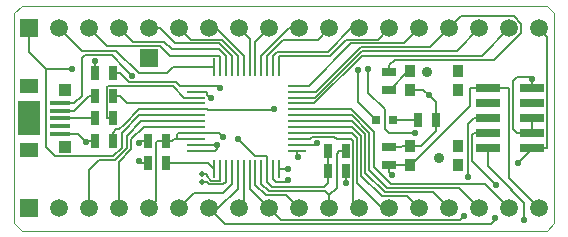
<source format=gtl>
G04 #@! TF.FileFunction,Copper,L1,Top,Signal*
%FSLAX46Y46*%
G04 Gerber Fmt 4.6, Leading zero omitted, Abs format (unit mm)*
G04 Created by KiCad (PCBNEW 4.0.0-stable) date 31/12/2015 20:29:45*
%MOMM*%
G01*
G04 APERTURE LIST*
%ADD10C,0.150000*%
%ADD11C,0.101600*%
%ADD12R,0.635000X1.143000*%
%ADD13R,1.143000X0.635000*%
%ADD14R,0.797560X0.797560*%
%ADD15R,1.899920X2.900680*%
%ADD16R,1.600000X1.300000*%
%ADD17R,1.049020X1.049020*%
%ADD18R,1.750000X0.400000*%
%ADD19R,1.750000X0.398780*%
%ADD20C,0.900000*%
%ADD21R,1.500000X1.500000*%
%ADD22C,1.500000*%
%ADD23R,2.100580X0.749300*%
%ADD24R,0.900000X1.000000*%
%ADD25R,1.498600X0.248920*%
%ADD26R,0.248920X1.498600*%
%ADD27O,0.500000X0.500000*%
%ADD28C,0.551180*%
%ADD29C,0.551200*%
%ADD30C,0.152400*%
G04 APERTURE END LIST*
D10*
D11*
X635000Y0D02*
X45085000Y0D01*
X635000Y19050000D02*
X45085000Y19050000D01*
X45720000Y635000D02*
X45085000Y0D01*
X45720000Y18415000D02*
X45720000Y635000D01*
X45085000Y19050000D02*
X45720000Y18415000D01*
X0Y18415000D02*
X635000Y19050000D01*
X0Y635000D02*
X0Y18415000D01*
X635000Y0D02*
X0Y635000D01*
D12*
X8382000Y7620000D03*
X6858000Y7620000D03*
X8382000Y13335000D03*
X6858000Y13335000D03*
X12827000Y7620000D03*
X11303000Y7620000D03*
X26543000Y5080000D03*
X28067000Y5080000D03*
D13*
X31750000Y5588000D03*
X31750000Y7112000D03*
D12*
X12827000Y5715000D03*
X11303000Y5715000D03*
D14*
X30619700Y9398000D03*
X32118300Y9398000D03*
D15*
X1270000Y9525000D03*
D16*
X1270000Y12250000D03*
X1270000Y6800000D03*
D17*
X4269740Y7100000D03*
X4269740Y11950000D03*
D18*
X3919220Y9525000D03*
D19*
X3919220Y8874760D03*
X3919220Y8224520D03*
X3919220Y10175240D03*
X3919220Y10825480D03*
D20*
X34935000Y13460000D03*
X35935000Y6160000D03*
D21*
X11430000Y14605000D03*
X1270000Y17145000D03*
D22*
X3810000Y17145000D03*
X6350000Y17145000D03*
X8890000Y17145000D03*
X11430000Y17145000D03*
X13970001Y17145000D03*
X16510000Y17145000D03*
X19050000Y17145000D03*
X21590000Y17145000D03*
X24130000Y17145000D03*
X26670000Y17145000D03*
X29210000Y17145000D03*
X31749999Y17145000D03*
X34290000Y17145000D03*
X36830000Y17145000D03*
X39370000Y17145000D03*
X41910000Y17145000D03*
X44450000Y17145000D03*
D21*
X1270000Y1905000D03*
D22*
X3810000Y1905000D03*
X6350000Y1905000D03*
X8890000Y1905000D03*
X11430000Y1905000D03*
X13970001Y1905000D03*
X16510000Y1905000D03*
X19050000Y1905000D03*
X21590000Y1905000D03*
X24130000Y1905000D03*
X26670000Y1905000D03*
X29210000Y1905000D03*
X31749999Y1905000D03*
X34290000Y1905000D03*
X36830000Y1905000D03*
X39370000Y1905000D03*
X41910000Y1905000D03*
X44450000Y1905000D03*
D23*
X40132000Y6985000D03*
X40132000Y8255000D03*
X40132000Y9525000D03*
X40132000Y10795000D03*
X40132000Y12065000D03*
X43878500Y12065000D03*
X43878500Y10795000D03*
X43878500Y9525000D03*
X43878500Y8255000D03*
X43878500Y6985000D03*
D12*
X6858000Y9525000D03*
X8382000Y9525000D03*
X6858000Y11430000D03*
X8382000Y11430000D03*
X34163000Y9398000D03*
X35687000Y9398000D03*
D13*
X31750000Y13462000D03*
X31750000Y11938000D03*
D12*
X26543000Y6731000D03*
X28067000Y6731000D03*
D24*
X33510000Y5550000D03*
X33510000Y7150000D03*
X37610000Y5550000D03*
X37610000Y7150000D03*
X37610000Y13500000D03*
X37610000Y11900000D03*
X33510000Y13500000D03*
X33510000Y11900000D03*
D25*
X15387320Y12273280D03*
X15387320Y11772900D03*
X15387320Y11272520D03*
X15387320Y10774680D03*
X15387320Y10274300D03*
X15387320Y9773920D03*
X15387320Y9276080D03*
X15387320Y8775700D03*
X15387320Y8275320D03*
X15387320Y7777480D03*
X15387320Y7277100D03*
X15387320Y6776720D03*
D26*
X16936720Y5227320D03*
X17437100Y5227320D03*
X17937480Y5227320D03*
X18435320Y5227320D03*
X18935700Y5227320D03*
X19436080Y5227320D03*
X19933920Y5227320D03*
X20434300Y5227320D03*
X20934680Y5227320D03*
X21432520Y5227320D03*
X21932900Y5227320D03*
X22433280Y5227320D03*
D25*
X23982680Y6776720D03*
X23982680Y7277100D03*
X23982680Y7777480D03*
X23982680Y8275320D03*
X23982680Y8775700D03*
X23982680Y9276080D03*
X23982680Y9773920D03*
X23982680Y10274300D03*
X23982680Y10774680D03*
X23982680Y11272520D03*
X23982680Y11772900D03*
X23982680Y12273280D03*
D26*
X22433280Y13822680D03*
X21932900Y13822680D03*
X21432520Y13822680D03*
X20934680Y13822680D03*
X20434300Y13822680D03*
X19933920Y13822680D03*
X19436080Y13822680D03*
X18935700Y13822680D03*
X18435320Y13822680D03*
X17937480Y13822680D03*
X17437100Y13822680D03*
X16936720Y13822680D03*
D27*
X15870000Y4095000D03*
X15870000Y4795000D03*
D28*
X40767000Y3911600D03*
X40690800Y1041400D03*
X23164800Y5232400D03*
X24003000Y6223000D03*
X38430200Y4572000D03*
X38100000Y1244600D03*
X43205400Y939800D03*
X29972000Y13690600D03*
X33909000Y8255000D03*
X29083000Y13639800D03*
X31978600Y4724400D03*
X25654000Y7391400D03*
X10007600Y13131800D03*
X42672000Y5715000D03*
X18923000Y7747000D03*
X17399000Y12065000D03*
X4902200Y13716000D03*
X17678400Y7924800D03*
X21971000Y10287000D03*
X17145000Y7289800D03*
X35102800Y11455400D03*
X23190200Y4292600D03*
D29*
X43878500Y12878400D03*
X6094600Y7532400D03*
X6858000Y14340600D03*
X10543800Y7407200D03*
X10550500Y5921100D03*
X28067000Y4077300D03*
X16650000Y11227400D03*
D30*
X3919200Y9525000D02*
X6858000Y9525000D01*
X5056800Y10175200D02*
X6311600Y11430000D01*
X3919200Y10175200D02*
X5056800Y10175200D01*
X6858000Y11430000D02*
X6311600Y11430000D01*
X18935700Y4249100D02*
X18935700Y3568700D01*
X18935700Y5227300D02*
X18935700Y4249100D01*
X17272000Y1905000D02*
X16510000Y1905000D01*
X18935700Y3568700D02*
X17272000Y1905000D01*
X17816300Y598700D02*
X40349700Y598700D01*
X38760400Y5892800D02*
X39243000Y5410200D01*
X40132000Y8255000D02*
X38912800Y8255000D01*
X38912800Y8255000D02*
X38760400Y8102600D01*
X38760400Y8102600D02*
X38760400Y5892800D01*
X17816300Y598700D02*
X16510000Y1905000D01*
X39243000Y5435600D02*
X39243000Y5410200D01*
X40767000Y3911600D02*
X39243000Y5435600D01*
X40690800Y939800D02*
X40690800Y1041400D01*
X40349700Y598700D02*
X40690800Y939800D01*
X19436100Y2291100D02*
X19436100Y5227300D01*
X19050000Y1905000D02*
X19436100Y2291100D01*
X22433280Y5227320D02*
X23159720Y5227320D01*
X23159720Y5227320D02*
X23164800Y5232400D01*
X23982680Y6776720D02*
X23982680Y6243320D01*
X23982680Y6243320D02*
X24003000Y6223000D01*
X22591200Y903800D02*
X37759200Y903800D01*
X21590000Y1905000D02*
X22591200Y903800D01*
X38938200Y9525000D02*
X38430200Y9017000D01*
X38938200Y9525000D02*
X40132000Y9525000D01*
X38430200Y4572000D02*
X38430200Y9017000D01*
X37759200Y903800D02*
X38100000Y1244600D01*
X19933900Y3561100D02*
X19933900Y5227300D01*
X21590000Y1905000D02*
X19933900Y3561100D01*
X42113200Y3479800D02*
X42087800Y3479800D01*
X42113200Y3479800D02*
X40132000Y5461000D01*
X40132000Y5461000D02*
X40132000Y6070600D01*
X40132000Y6070600D02*
X40132000Y6070600D01*
X40132000Y6070600D02*
X40132000Y6985000D01*
X43205400Y2362200D02*
X43205400Y939800D01*
X42087800Y3479800D02*
X43205400Y2362200D01*
X23015400Y3019600D02*
X24130000Y1905000D01*
X21288200Y3019600D02*
X23015400Y3019600D01*
X20434300Y3873500D02*
X21288200Y3019600D01*
X20434300Y5227300D02*
X20434300Y3873500D01*
X27520600Y6731000D02*
X27508200Y6731000D01*
X28067000Y6731000D02*
X27520600Y6731000D01*
X27305000Y3632200D02*
X26670000Y2997200D01*
X27305000Y6527800D02*
X27305000Y3632200D01*
X27508200Y6731000D02*
X27305000Y6527800D01*
X26314400Y3352800D02*
X21539200Y3352800D01*
X26670000Y2997200D02*
X26314400Y3352800D01*
X20934700Y3957300D02*
X20934700Y5227300D01*
X21539200Y3352800D02*
X20934700Y3957300D01*
X26670000Y1905000D02*
X26670000Y2997200D01*
X9547700Y8049100D02*
X9547700Y6982300D01*
X10774700Y9276100D02*
X9547700Y8049100D01*
X15387300Y9276100D02*
X10774700Y9276100D01*
X6350000Y5130800D02*
X6350000Y1905000D01*
X7213600Y5994400D02*
X6350000Y5130800D01*
X8559800Y5994400D02*
X7213600Y5994400D01*
X9547700Y6982300D02*
X8559800Y5994400D01*
X8890000Y1905000D02*
X8890000Y5842000D01*
X10960100Y8775700D02*
X9931400Y7747000D01*
X10960100Y8775700D02*
X12776200Y8775700D01*
X9931400Y6883400D02*
X9931400Y7747000D01*
X8890000Y5842000D02*
X9931400Y6883400D01*
X12765600Y8775700D02*
X12776200Y8775700D01*
X12776200Y8775700D02*
X15387300Y8775700D01*
X28519120Y7777480D02*
X27294838Y7777480D01*
X29210000Y1905000D02*
X28702000Y2413000D01*
X28702000Y7594600D02*
X28702000Y2413000D01*
X28519120Y7777480D02*
X28702000Y7594600D01*
X25024080Y7777480D02*
X23982680Y7777480D01*
X25196800Y7950200D02*
X25024080Y7777480D01*
X27122118Y7950200D02*
X25196800Y7950200D01*
X27294838Y7777480D02*
X27122118Y7950200D01*
X29032200Y7874000D02*
X29032200Y4013200D01*
X28630880Y8275320D02*
X29032200Y7874000D01*
X23982680Y8275320D02*
X28630880Y8275320D01*
X31140400Y1905000D02*
X31749999Y1905000D01*
X29032200Y4013200D02*
X31140400Y1905000D01*
X30073600Y8305800D02*
X30073600Y5130800D01*
X28605480Y9773920D02*
X30073600Y8305800D01*
X23982680Y9773920D02*
X28605480Y9773920D01*
X37668200Y3606800D02*
X39370000Y1905000D01*
X31597600Y3606800D02*
X37668200Y3606800D01*
X30073600Y5130800D02*
X31597600Y3606800D01*
X39852600Y3962400D02*
X41910000Y1905000D01*
X31877000Y3962400D02*
X39852600Y3962400D01*
X30454600Y5384800D02*
X31877000Y3962400D01*
X30454600Y8382000D02*
X30454600Y5384800D01*
X28562300Y10274300D02*
X30454600Y8382000D01*
X23982700Y10274300D02*
X28562300Y10274300D01*
X29387800Y8026400D02*
X29387800Y4648200D01*
X28638500Y8775700D02*
X29387800Y8026400D01*
X23982680Y8775700D02*
X28638500Y8775700D01*
X33274000Y2921000D02*
X34290000Y1905000D01*
X31115000Y2921000D02*
X33274000Y2921000D01*
X29387800Y4648200D02*
X31115000Y2921000D01*
X29718000Y8178800D02*
X29718000Y4927600D01*
X28620720Y9276080D02*
X29718000Y8178800D01*
X23982680Y9276080D02*
X28620720Y9276080D01*
X35483800Y3251200D02*
X36830000Y1905000D01*
X31394400Y3251200D02*
X35483800Y3251200D01*
X29718000Y4927600D02*
X31394400Y3251200D01*
X23982700Y10774700D02*
X25416100Y10774700D01*
X29472800Y14831400D02*
X25416100Y10774700D01*
X39596400Y14831400D02*
X29472800Y14831400D01*
X41910000Y17145000D02*
X39596400Y14831400D01*
X25482300Y11272500D02*
X23982700Y11272500D01*
X29460400Y15250600D02*
X25482300Y11272500D01*
X37475600Y15250600D02*
X29460400Y15250600D01*
X39370000Y17145000D02*
X37475600Y15250600D01*
X32230800Y14489200D02*
X31750000Y14008400D01*
X40649800Y14489200D02*
X32230800Y14489200D01*
X42920500Y16759900D02*
X40649800Y14489200D01*
X42920500Y17525200D02*
X42920500Y16759900D01*
X42288500Y18157200D02*
X42920500Y17525200D01*
X37842200Y18157200D02*
X42288500Y18157200D01*
X36830000Y17145000D02*
X37842200Y18157200D01*
X31750000Y13462000D02*
X31750000Y14008400D01*
X25551100Y11772900D02*
X23982700Y11772900D01*
X29334000Y15555800D02*
X25551100Y11772900D01*
X35240800Y15555800D02*
X29334000Y15555800D01*
X36830000Y17145000D02*
X35240800Y15555800D01*
X23982700Y12273300D02*
X24960900Y12273300D01*
X33005900Y15860900D02*
X34290000Y17145000D01*
X28548500Y15860900D02*
X33005900Y15860900D01*
X24960900Y12273300D02*
X28548500Y15860900D01*
X26753900Y14800900D02*
X22433300Y14800900D01*
X28119000Y16166000D02*
X26753900Y14800900D01*
X30771000Y16166000D02*
X28119000Y16166000D01*
X31750000Y17145000D02*
X30771000Y16166000D01*
X22433300Y13822700D02*
X22433300Y14800900D01*
X21932900Y13822700D02*
X21932900Y14800900D01*
X22280800Y15148800D02*
X21932900Y14800900D01*
X26552500Y15148800D02*
X22280800Y15148800D01*
X28548700Y17145000D02*
X26552500Y15148800D01*
X29210000Y17145000D02*
X28548700Y17145000D01*
X31369000Y10287000D02*
X31369000Y8636000D01*
X29972000Y13690600D02*
X29972000Y11684000D01*
X29972000Y11684000D02*
X31369000Y10287000D01*
X31750000Y8255000D02*
X33909000Y8255000D01*
X31369000Y8636000D02*
X31750000Y8255000D01*
X22797600Y16166000D02*
X21432500Y14800900D01*
X25691000Y16166000D02*
X22797600Y16166000D01*
X26670000Y17145000D02*
X25691000Y16166000D01*
X21432500Y13822700D02*
X21432500Y14800900D01*
X20934700Y13822700D02*
X20934700Y14800900D01*
X23278800Y17145000D02*
X20934700Y14800900D01*
X24130000Y17145000D02*
X23278800Y17145000D01*
X20434300Y15989300D02*
X20434300Y13822700D01*
X21590000Y17145000D02*
X20434300Y15989300D01*
X19933900Y16261100D02*
X19933900Y13822700D01*
X19050000Y17145000D02*
X19933900Y16261100D01*
X19436100Y13822700D02*
X19436100Y14800900D01*
X17092000Y17145000D02*
X16510000Y17145000D01*
X19436100Y14800900D02*
X17092000Y17145000D01*
X18935700Y13822700D02*
X18935700Y14800900D01*
X14949100Y16165900D02*
X13970000Y17145000D01*
X17570700Y16165900D02*
X14949100Y16165900D01*
X18935700Y14800900D02*
X17570700Y16165900D01*
X18435300Y13822700D02*
X18435300Y14800900D01*
X12387400Y17145000D02*
X11430000Y17145000D01*
X13660000Y15872400D02*
X12387400Y17145000D01*
X14042900Y15872400D02*
X13660000Y15872400D01*
X14054500Y15860800D02*
X14042900Y15872400D01*
X17375400Y15860800D02*
X14054500Y15860800D01*
X18435300Y14800900D02*
X17375400Y15860800D01*
X29083000Y10922000D02*
X29083000Y13639800D01*
X30607000Y9398000D02*
X30619700Y9398000D01*
X30607000Y9398000D02*
X29083000Y10922000D01*
X17370500Y15367900D02*
X13334100Y15367900D01*
X10033000Y16002000D02*
X8890000Y17145000D01*
X12700000Y16002000D02*
X10033000Y16002000D01*
X13334100Y15367900D02*
X12700000Y16002000D01*
X17370500Y15367900D02*
X17937500Y14800900D01*
X17937500Y13822700D02*
X17937500Y14800900D01*
X17437100Y13822700D02*
X17437100Y14800900D01*
X13179300Y14800900D02*
X17437100Y14800900D01*
X12359200Y15621000D02*
X13179300Y14800900D01*
X7874000Y15621000D02*
X12359200Y15621000D01*
X6350000Y17145000D02*
X7874000Y15621000D01*
X10541000Y13335000D02*
X8636000Y15240000D01*
X3810000Y17145000D02*
X5715000Y15240000D01*
X13441700Y13822700D02*
X12954000Y13335000D01*
X12954000Y13335000D02*
X10541000Y13335000D01*
X13441700Y13822700D02*
X16936700Y13822700D01*
X8636000Y15240000D02*
X5715000Y15240000D01*
X23982700Y7277100D02*
X25539700Y7277100D01*
X31750000Y4953000D02*
X31750000Y5588000D01*
X31978600Y4724400D02*
X31750000Y4953000D01*
X25539700Y7277100D02*
X25654000Y7391400D01*
X41859200Y4495800D02*
X44450000Y1905000D01*
X41859200Y12065000D02*
X41859200Y4495800D01*
X40132000Y12065000D02*
X41859200Y12065000D01*
X40132000Y12065000D02*
X38557200Y12065000D01*
X33510000Y5550000D02*
X33510000Y5569000D01*
X38557200Y10533600D02*
X38557200Y12065000D01*
X33592600Y5569000D02*
X38557200Y10533600D01*
X33510000Y5569000D02*
X33592600Y5569000D01*
X32569400Y5569000D02*
X32550400Y5588000D01*
X33510000Y5569000D02*
X32569400Y5569000D01*
X31750000Y5588000D02*
X32550400Y5588000D01*
X9583700Y10774700D02*
X15387300Y10774700D01*
X8928400Y11430000D02*
X9583700Y10774700D01*
X8382000Y11430000D02*
X8928400Y11430000D01*
X8382000Y9525000D02*
X7835600Y9525000D01*
X13451100Y12230500D02*
X14409100Y11272500D01*
X7922000Y12230500D02*
X13451100Y12230500D01*
X7835600Y12144100D02*
X7922000Y12230500D01*
X7835600Y9525000D02*
X7835600Y12144100D01*
X15387300Y11272500D02*
X14409100Y11272500D01*
X18435300Y3957300D02*
X18435300Y5227300D01*
X17665100Y3187100D02*
X18435300Y3957300D01*
X15252100Y3187100D02*
X17665100Y3187100D01*
X13970000Y1905000D02*
X15252100Y3187100D01*
X9398000Y13716000D02*
X9423400Y13716000D01*
X5969000Y14859000D02*
X8255000Y14859000D01*
X8255000Y14859000D02*
X9398000Y13716000D01*
X3919220Y10825480D02*
X5110480Y10825480D01*
X5715000Y11430000D02*
X5110480Y10825480D01*
X5715000Y14605000D02*
X5715000Y11430000D01*
X5715000Y14605000D02*
X5969000Y14859000D01*
X9423400Y13716000D02*
X10007600Y13131800D01*
X43878500Y6921500D02*
X43878500Y6985000D01*
X42672000Y5715000D02*
X43878500Y6921500D01*
X20377000Y6293000D02*
X21345000Y6293000D01*
X21432500Y5227300D02*
X21432500Y6205500D01*
X20377000Y6293000D02*
X18923000Y7747000D01*
X21345000Y6293000D02*
X21432500Y6205500D01*
X21432520Y5227320D02*
X21432520Y4119880D01*
X26543000Y4038600D02*
X26543000Y5080000D01*
X26212800Y3708400D02*
X26543000Y4038600D01*
X21844000Y3708400D02*
X26212800Y3708400D01*
X21432520Y4119880D02*
X21844000Y3708400D01*
X26543000Y6731000D02*
X26543000Y5080000D01*
X15387320Y12273280D02*
X17190720Y12273280D01*
X17190720Y12273280D02*
X17399000Y12065000D01*
X14898200Y12273300D02*
X14015700Y12273300D01*
X14898200Y12273300D02*
X15387300Y12273300D01*
X8928400Y13335000D02*
X8382000Y13335000D01*
X9690400Y12573000D02*
X8928400Y13335000D01*
X13716000Y12573000D02*
X9690400Y12573000D01*
X14015700Y12273300D02*
X13716000Y12573000D01*
X45157700Y16437300D02*
X44450000Y17145000D01*
X43878500Y6985000D02*
X45157700Y6985000D01*
X45157700Y6985000D02*
X45157700Y16437300D01*
X3683000Y6326500D02*
X3452500Y6326500D01*
X1270000Y16166100D02*
X1270000Y17145000D01*
X1270000Y15113000D02*
X1270000Y16166100D01*
X2667000Y13716000D02*
X1270000Y15113000D01*
X2667000Y7112000D02*
X2667000Y13716000D01*
X3452500Y6326500D02*
X2667000Y7112000D01*
X8409300Y6326500D02*
X3683000Y6326500D01*
X3683000Y6326500D02*
X3669600Y6326500D01*
X9093200Y7010400D02*
X8409300Y6326500D01*
X9093200Y8280400D02*
X9093200Y7010400D01*
X10586700Y9773900D02*
X9093200Y8280400D01*
X2667000Y13716000D02*
X4902200Y13716000D01*
X15387300Y9773900D02*
X10586700Y9773900D01*
X15387320Y8275320D02*
X17327880Y8275320D01*
X17327880Y8275320D02*
X17678400Y7924800D01*
X14409100Y8275300D02*
X13914100Y8275300D01*
X15387300Y8275300D02*
X14409100Y8275300D01*
X13766800Y8128000D02*
X13766800Y7777500D01*
X13914100Y8275300D02*
X13766800Y8128000D01*
X12827000Y7620000D02*
X12166600Y7620000D01*
X12039600Y2514600D02*
X11430000Y1905000D01*
X12039600Y7493000D02*
X12039600Y2514600D01*
X12166600Y7620000D02*
X12039600Y7493000D01*
X12827000Y7213600D02*
X12827000Y7620000D01*
X15387300Y7777500D02*
X14409100Y7777500D01*
X12827000Y7620000D02*
X13373400Y7620000D01*
X13530900Y7777500D02*
X13766800Y7777500D01*
X13766800Y7777500D02*
X14409100Y7777500D01*
X13373400Y7620000D02*
X13530900Y7777500D01*
X11582700Y10274300D02*
X10579100Y10274300D01*
X8382000Y8305800D02*
X8661400Y8585200D01*
X8661400Y8585200D02*
X8890000Y8585200D01*
X8890000Y8585200D02*
X9271000Y8966200D01*
X15387300Y10274300D02*
X16365500Y10274300D01*
X15387300Y10274300D02*
X11582700Y10274300D01*
X16395500Y10244300D02*
X16365500Y10274300D01*
X21928300Y10244300D02*
X16395500Y10244300D01*
X21928300Y10244300D02*
X21971000Y10287000D01*
X8382000Y8305800D02*
X8382000Y7620000D01*
X10579100Y10274300D02*
X9271000Y8966200D01*
X16733500Y6776700D02*
X16987500Y6776700D01*
X15387300Y6776700D02*
X16365500Y6776700D01*
X16365500Y6776700D02*
X16733500Y6776700D01*
X17132300Y7277100D02*
X17145000Y7289800D01*
X17132300Y7277100D02*
X16840200Y7277100D01*
X17145000Y6934200D02*
X17145000Y7289800D01*
X16987500Y6776700D02*
X17145000Y6934200D01*
X16365500Y7277100D02*
X15387300Y7277100D01*
X16365500Y7277100D02*
X16840200Y7277100D01*
X16840200Y7277100D02*
X16852900Y7277100D01*
X21932900Y5227320D02*
X21932900Y4356100D01*
X22987000Y4089400D02*
X23190200Y4292600D01*
X22199600Y4089400D02*
X22987000Y4089400D01*
X21932900Y4356100D02*
X22199600Y4089400D01*
X34645600Y11900000D02*
X34709200Y11900000D01*
X42240200Y8614100D02*
X42240200Y12700000D01*
X42240200Y8614100D02*
X42599300Y8255000D01*
X43878500Y8255000D02*
X42599300Y8255000D01*
X43878500Y12878400D02*
X43878500Y12065000D01*
X43726700Y13030200D02*
X43878500Y12878400D01*
X42570400Y13030200D02*
X43726700Y13030200D01*
X42240200Y12700000D02*
X42570400Y13030200D01*
X33510000Y11900000D02*
X34645600Y11900000D01*
X34645600Y11900000D02*
X34658200Y11900000D01*
X35687000Y10871200D02*
X35687000Y9398000D01*
X34658200Y11900000D02*
X35102800Y11455400D01*
X35102800Y11455400D02*
X35687000Y10871200D01*
X34191900Y7147000D02*
X34426600Y7147000D01*
X34191900Y7147000D02*
X34188900Y7150000D01*
X33510000Y7150000D02*
X34188900Y7150000D01*
X35687000Y8407400D02*
X35687000Y9398000D01*
X34426600Y7147000D02*
X35687000Y8407400D01*
X28067000Y4077300D02*
X28067000Y5080000D01*
X32793100Y7112000D02*
X32831100Y7150000D01*
X31750000Y7112000D02*
X32793100Y7112000D01*
X33510000Y7150000D02*
X32831100Y7150000D01*
X6858000Y7620000D02*
X6311600Y7620000D01*
X6224000Y7532400D02*
X6094600Y7532400D01*
X6311600Y7620000D02*
X6224000Y7532400D01*
X5402500Y8224500D02*
X3919200Y8224500D01*
X6094600Y7532400D02*
X5402500Y8224500D01*
X6858000Y14340600D02*
X6858000Y13335000D01*
X43878500Y9525000D02*
X43878500Y8255000D01*
X11303000Y7620000D02*
X10756600Y7620000D01*
X10543800Y7407200D02*
X10756600Y7620000D01*
X11303000Y5715000D02*
X10756600Y5715000D01*
X10550500Y5921100D02*
X10756600Y5715000D01*
X15387300Y11772900D02*
X16365500Y11772900D01*
X16365500Y11511900D02*
X16365500Y11772900D01*
X16650000Y11227400D02*
X16365500Y11511900D01*
X12827000Y5715000D02*
X16449040Y5715000D01*
X16449040Y5715000D02*
X16936720Y5227320D01*
X31750000Y11938000D02*
X31826200Y11938000D01*
X33388200Y13500000D02*
X33510000Y13500000D01*
X31826200Y11938000D02*
X33388200Y13500000D01*
X16348900Y4596400D02*
X16348900Y4795000D01*
X16696200Y4249100D02*
X16348900Y4596400D01*
X17437100Y4249100D02*
X16696200Y4249100D01*
X17437100Y5227300D02*
X17437100Y4249100D01*
X15870000Y4795000D02*
X16348900Y4795000D01*
X17722300Y3930100D02*
X17937500Y4145300D01*
X16513800Y3930100D02*
X17722300Y3930100D01*
X16348900Y4095000D02*
X16513800Y3930100D01*
X15870000Y4095000D02*
X16348900Y4095000D01*
X17937500Y5227300D02*
X17937500Y4145300D01*
X34163000Y9398000D02*
X32118300Y9398000D01*
M02*

</source>
